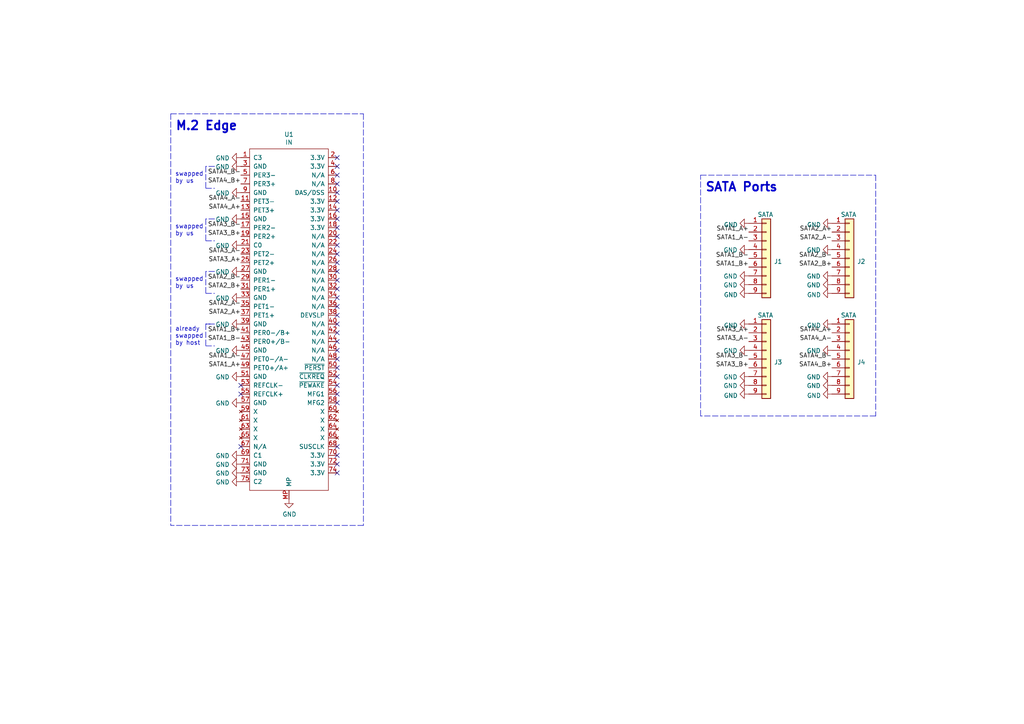
<source format=kicad_sch>
(kicad_sch (version 20211123) (generator eeschema)
  (paper "A4")
  (title_block (title "M.2 SATA Port Reclaimer") (date "2022-11-10") (rev "1.1"))
  (lib_symbols
    (symbol "Connector_Generic:Conn_01x09" (pin_names (offset 1.016) hide)
      (property "Reference" "J" (at 0 12.7 0))
      (property "Value" "Conn_01x09" (at 0 -12.7 0))
      (symbol "Conn_01x09_1_1"
        (rectangle (start -1.27 -10.033) (end 0 -10.287) (stroke (width 0.1524)))
        (rectangle (start -1.27 -7.493) (end 0 -7.747) (stroke (width 0.1524)))
        (rectangle (start -1.27 -4.953) (end 0 -5.207) (stroke (width 0.1524)))
        (rectangle (start -1.27 -2.413) (end 0 -2.667) (stroke (width 0.1524)))
        (rectangle (start -1.27 0.127) (end 0 -0.127) (stroke (width 0.1524)))
        (rectangle (start -1.27 2.667) (end 0 2.413) (stroke (width 0.1524)))
        (rectangle (start -1.27 5.207) (end 0 4.953) (stroke (width 0.1524)))
        (rectangle (start -1.27 7.747) (end 0 7.493) (stroke (width 0.1524)))
        (rectangle (start -1.27 10.287) (end 0 10.033) (stroke (width 0.1524)))
        (rectangle (start -1.27 11.43) (end 1.27 -11.43) (stroke (width 0.254)) (fill (type background)))
        (pin passive line (at -5.08 10.16 0) (length 3.81) (name "Pin_1") (number "1"))
        (pin passive line (at -5.08 7.62 0) (length 3.81) (name "Pin_2") (number "2"))
        (pin passive line (at -5.08 5.08 0) (length 3.81) (name "Pin_3") (number "3"))
        (pin passive line (at -5.08 2.54 0) (length 3.81) (name "Pin_4") (number "4"))
        (pin passive line (at -5.08 0 0) (length 3.81) (name "Pin_5") (number "5"))
        (pin passive line (at -5.08 -2.54 0) (length 3.81) (name "Pin_6") (number "6"))
        (pin passive line (at -5.08 -5.08 0) (length 3.81) (name "Pin_7") (number "7"))
        (pin passive line (at -5.08 -7.62 0) (length 3.81) (name "Pin_8") (number "8"))
        (pin passive line (at -5.08 -10.16 0) (length 3.81) (name "Pin_9") (number "9"))
      )
    )
    (symbol "nvme:NGFF_M" (pin_names (offset 1.016))
      (property "Reference" "U" (at -10.16 35.56 0))
      (property "Value" "NGFF_M" (at -7.62 -66.04 0))
      (symbol "NGFF_M_0_1"
        (rectangle (start -11.43 34.29) (end 11.43 -64.77))
      )
      (symbol "NGFF_M_1_1"
        (pin input line (at -13.97 31.75 0) (length 2.54) (name "C3") (number "1"))
        (pin input line (at 13.97 21.59 180) (length 2.54) (name "DAS/DSS") (number "10"))
        (pin input line (at -13.97 19.05 0) (length 2.54) (name "PET3-") (number "11"))
        (pin input line (at 13.97 19.05 180) (length 2.54) (name "3.3V") (number "12"))
        (pin input line (at -13.97 16.51 0) (length 2.54) (name "PET3+") (number "13"))
        (pin input line (at 13.97 16.51 180) (length 2.54) (name "3.3V") (number "14"))
        (pin input line (at -13.97 13.97 0) (length 2.54) (name "GND") (number "15"))
        (pin input line (at 13.97 13.97 180) (length 2.54) (name "3.3V") (number "16"))
        (pin input line (at -13.97 11.43 0) (length 2.54) (name "PER2-") (number "17"))
        (pin input line (at 13.97 11.43 180) (length 2.54) (name "3.3V") (number "18"))
        (pin input line (at -13.97 8.89 0) (length 2.54) (name "PER2+") (number "19"))
        (pin input line (at 13.97 31.75 180) (length 2.54) (name "3.3V") (number "2"))
        (pin input line (at 13.97 8.89 180) (length 2.54) (name "N/A") (number "20"))
        (pin input line (at -13.97 6.35 0) (length 2.54) (name "C0") (number "21"))
        (pin input line (at 13.97 6.35 180) (length 2.54) (name "N/A") (number "22"))
        (pin input line (at -13.97 3.81 0) (length 2.54) (name "PET2-") (number "23"))
        (pin input line (at 13.97 3.81 180) (length 2.54) (name "N/A") (number "24"))
        (pin input line (at -13.97 1.27 0) (length 2.54) (name "PET2+") (number "25"))
        (pin input line (at 13.97 1.27 180) (length 2.54) (name "N/A") (number "26"))
        (pin input line (at -13.97 -1.27 0) (length 2.54) (name "GND") (number "27"))
        (pin input line (at 13.97 -1.27 180) (length 2.54) (name "N/A") (number "28"))
        (pin input line (at -13.97 -3.81 0) (length 2.54) (name "PER1-") (number "29"))
        (pin input line (at -13.97 29.21 0) (length 2.54) (name "GND") (number "3"))
        (pin input line (at 13.97 -3.81 180) (length 2.54) (name "N/A") (number "30"))
        (pin input line (at -13.97 -6.35 0) (length 2.54) (name "PER1+") (number "31"))
        (pin input line (at 13.97 -6.35 180) (length 2.54) (name "N/A") (number "32"))
        (pin input line (at -13.97 -8.89 0) (length 2.54) (name "GND") (number "33"))
        (pin input line (at 13.97 -8.89 180) (length 2.54) (name "N/A") (number "34"))
        (pin input line (at -13.97 -11.43 0) (length 2.54) (name "PET1-") (number "35"))
        (pin input line (at 13.97 -11.43 180) (length 2.54) (name "N/A") (number "36"))
        (pin input line (at -13.97 -13.97 0) (length 2.54) (name "PET1+") (number "37"))
        (pin input line (at 13.97 -13.97 180) (length 2.54) (name "DEVSLP") (number "38"))
        (pin input line (at -13.97 -16.51 0) (length 2.54) (name "GND") (number "39"))
        (pin input line (at 13.97 29.21 180) (length 2.54) (name "3.3V") (number "4"))
        (pin input line (at 13.97 -16.51 180) (length 2.54) (name "N/A") (number "40"))
        (pin input line (at -13.97 -19.05 0) (length 2.54) (name "PER0-/B+") (number "41"))
        (pin input line (at 13.97 -19.05 180) (length 2.54) (name "N/A") (number "42"))
        (pin input line (at -13.97 -21.59 0) (length 2.54) (name "PER0+/B-") (number "43"))
        (pin input line (at 13.97 -21.59 180) (length 2.54) (name "N/A") (number "44"))
        (pin input line (at -13.97 -24.13 0) (length 2.54) (name "GND") (number "45"))
        (pin input line (at 13.97 -24.13 180) (length 2.54) (name "N/A") (number "46"))
        (pin input line (at -13.97 -26.67 0) (length 2.54) (name "PET0-/A-") (number "47"))
        (pin input line (at 13.97 -26.67 180) (length 2.54) (name "N/A") (number "48"))
        (pin input line (at -13.97 -29.21 0) (length 2.54) (name "PET0+/A+") (number "49"))
        (pin input line (at -13.97 26.67 0) (length 2.54) (name "PER3-") (number "5"))
        (pin input line (at 13.97 -29.21 180) (length 2.54) (name "~{PERST}") (number "50"))
        (pin input line (at -13.97 -31.75 0) (length 2.54) (name "GND") (number "51"))
        (pin input line (at 13.97 -31.75 180) (length 2.54) (name "~{CLKREQ}") (number "52"))
        (pin input line (at -13.97 -34.29 0) (length 2.54) (name "REFCLK-") (number "53"))
        (pin input line (at 13.97 -34.29 180) (length 2.54) (name "~{PEWAKE}") (number "54"))
        (pin input line (at -13.97 -36.83 0) (length 2.54) (name "REFCLK+") (number "55"))
        (pin input line (at 13.97 -36.83 180) (length 2.54) (name "MFG1") (number "56"))
        (pin input line (at -13.97 -39.37 0) (length 2.54) (name "GND") (number "57"))
        (pin input line (at 13.97 -39.37 180) (length 2.54) (name "MFG2") (number "58"))
        (pin no_connect line (at -13.97 -41.91 0) (length 2.54) (name "X") (number "59"))
        (pin input line (at 13.97 26.67 180) (length 2.54) (name "N/A") (number "6"))
        (pin no_connect line (at 13.97 -41.91 180) (length 2.54) (name "X") (number "60"))
        (pin no_connect line (at -13.97 -44.45 0) (length 2.54) (name "X") (number "61"))
        (pin no_connect line (at 13.97 -44.45 180) (length 2.54) (name "X") (number "62"))
        (pin no_connect line (at -13.97 -46.99 0) (length 2.54) (name "X") (number "63"))
        (pin no_connect line (at 13.97 -46.99 180) (length 2.54) (name "X") (number "64"))
        (pin no_connect line (at -13.97 -49.53 0) (length 2.54) (name "X") (number "65"))
        (pin no_connect line (at 13.97 -49.53 180) (length 2.54) (name "X") (number "66"))
        (pin input line (at -13.97 -52.07 0) (length 2.54) (name "N/A") (number "67"))
        (pin input line (at 13.97 -52.07 180) (length 2.54) (name "SUSCLK") (number "68"))
        (pin input line (at -13.97 -54.61 0) (length 2.54) (name "C1") (number "69"))
        (pin input line (at -13.97 24.13 0) (length 2.54) (name "PER3+") (number "7"))
        (pin input line (at 13.97 -54.61 180) (length 2.54) (name "3.3V") (number "70"))
        (pin input line (at -13.97 -57.15 0) (length 2.54) (name "GND") (number "71"))
        (pin input line (at 13.97 -57.15 180) (length 2.54) (name "3.3V") (number "72"))
        (pin input line (at -13.97 -59.69 0) (length 2.54) (name "GND") (number "73"))
        (pin input line (at 13.97 -59.69 180) (length 2.54) (name "3.3V") (number "74"))
        (pin input line (at -13.97 -62.23 0) (length 2.54) (name "C2") (number "75"))
        (pin input line (at 13.97 24.13 180) (length 2.54) (name "N/A") (number "8"))
        (pin input line (at -13.97 21.59 0) (length 2.54) (name "GND") (number "9"))
        (pin input line (at 0 -67.31 90) (length 2.54) (name "MP") (number "MP"))
      )
    )
    (symbol "power:GND" (power) (pin_names (offset 0))
      (property "Value" "GND" (at 0 -3.81 0))
      (symbol "GND_0_1"
        (polyline (pts (xy 0 0) (xy 0 -1.27) (xy 1.27 -1.27) (xy 0 -2.54) (xy -1.27 -1.27) (xy 0 -1.27)))
      )
      (symbol "GND_1_1"
        (pin power_in line (at 0 0 270) (length 0) hide (name "GND") (number "1"))
      )
    )
  )
  (no_connect (at 97.79 88.9))
  (no_connect (at 97.79 83.82))
  (no_connect (at 97.79 53.34))
  (no_connect (at 97.79 71.12))
  (no_connect (at 97.79 78.74))
  (no_connect (at 97.79 99.06))
  (no_connect (at 97.79 116.84))
  (no_connect (at 97.79 93.98))
  (no_connect (at 97.79 73.66))
  (no_connect (at 97.79 114.3))
  (no_connect (at 97.79 129.54))
  (no_connect (at 97.79 96.52))
  (no_connect (at 97.79 104.14))
  (no_connect (at 97.79 45.72))
  (no_connect (at 97.79 48.26))
  (no_connect (at 97.79 66.04))
  (no_connect (at 97.79 58.42))
  (no_connect (at 97.79 60.96))
  (no_connect (at 97.79 63.5))
  (no_connect (at 69.85 129.54))
  (no_connect (at 97.79 101.6))
  (no_connect (at 97.79 132.08))
  (no_connect (at 97.79 134.62))
  (no_connect (at 97.79 137.16))
  (no_connect (at 97.79 91.44))
  (no_connect (at 97.79 68.58))
  (no_connect (at 97.79 50.8))
  (no_connect (at 97.79 76.2))
  (no_connect (at 69.85 114.3))
  (no_connect (at 69.85 111.76))
  (no_connect (at 97.79 81.28))
  (no_connect (at 97.79 55.88))
  (no_connect (at 97.79 106.68))
  (no_connect (at 97.79 109.22))
  (no_connect (at 97.79 111.76))
  (no_connect (at 97.79 86.36))
  (polyline (pts (xy 59.69 78.74) (xy 59.69 85.09)))
  (polyline (pts (xy 62.23 48.26) (xy 59.69 48.26)))
  (polyline (pts (xy 59.69 100.33) (xy 62.23 100.33)))
  (polyline (pts (xy 59.69 69.85) (xy 62.23 69.85)))
  (polyline (pts (xy 59.69 54.61) (xy 62.23 54.61)))
  (polyline (pts (xy 105.41 152.4) (xy 49.53 152.4)))
  (polyline (pts (xy 62.23 93.98) (xy 59.69 93.98)))
  (polyline (pts (xy 49.53 33.02) (xy 49.53 152.4)))
  (polyline (pts (xy 203.2 50.8) (xy 254 50.8)))
  (polyline (pts (xy 59.69 93.98) (xy 60.96 93.98)))
  (polyline (pts (xy 59.69 93.98) (xy 59.69 100.33)))
  (polyline (pts (xy 254 50.8) (xy 254 120.65)))
  (polyline (pts (xy 62.23 63.5) (xy 59.69 63.5)))
  (polyline (pts (xy 59.69 85.09) (xy 62.23 85.09)))
  (polyline (pts (xy 105.41 33.02) (xy 105.41 152.4)))
  (polyline (pts (xy 59.69 63.5) (xy 59.69 69.85)))
  (polyline (pts (xy 49.53 33.02) (xy 105.41 33.02)))
  (polyline (pts (xy 203.2 120.65) (xy 203.2 50.8)))
  (polyline (pts (xy 62.23 78.74) (xy 59.69 78.74)))
  (polyline (pts (xy 59.69 48.26) (xy 59.69 54.61)))
  (polyline (pts (xy 254 120.65) (xy 203.2 120.65)))
  (text "swapped\nby us" (at 50.8 53.34 0) (effects (font (size 1.27 1.27)) (justify left bottom)))
  (text "swapped\nby us" (at 50.8 83.82 0) (effects (font (size 1.27 1.27)) (justify left bottom)))
  (text "M.2 Edge" (at 50.8 38.1 0) (effects (font (size 2.54 2.54) (thickness 0.508) bold) (justify left bottom)))
  (text "already\nswapped\nby host" (at 50.8 100.33 0) (effects (font (size 1.27 1.27)) (justify left bottom)))
  (text "swapped\nby us" (at 50.8 68.58 0) (effects (font (size 1.27 1.27)) (justify left bottom)))
  (text "SATA Ports" (at 204.47 55.88 0) (effects (font (size 2.54 2.54) (thickness 0.508) bold) (justify left bottom)))
  (label "SATA4_A+" (at 241.3 96.52 180))
  (label "SATA2_B-" (at 69.85 81.28 180))
  (label "SATA1_B-" (at 217.17 74.93 180))
  (label "SATA2_A+" (at 241.3 67.31 180))
  (label "SATA2_A-" (at 241.3 69.85 180))
  (label "SATA2_A+" (at 69.85 91.44 180))
  (label "SATA4_A-" (at 69.85 58.42 180))
  (label "SATA1_A+" (at 217.17 67.31 180))
  (label "SATA3_A-" (at 69.85 73.66 180))
  (label "SATA3_A+" (at 217.17 96.52 180))
  (label "SATA3_B+" (at 69.85 68.58 180))
  (label "SATA2_B-" (at 241.3 74.93 180))
  (label "SATA2_B+" (at 69.85 83.82 180))
  (label "SATA3_A+" (at 69.85 76.2 180))
  (label "SATA1_B+" (at 69.85 96.52 180))
  (label "SATA2_A-" (at 69.85 88.9 180))
  (label "SATA4_B-" (at 241.3 104.14 180))
  (label "SATA1_A+" (at 69.85 106.68 180))
  (label "SATA4_B+" (at 69.85 53.34 180))
  (label "SATA3_B-" (at 69.85 66.04 180))
  (label "SATA3_B+" (at 217.17 106.68 180))
  (label "SATA1_B+" (at 217.17 77.47 180))
  (label "SATA4_A+" (at 69.85 60.96 180))
  (label "SATA4_B+" (at 241.3 106.68 180))
  (label "SATA2_B+" (at 241.3 77.47 180))
  (label "SATA4_B-" (at 69.85 50.8 180))
  (label "SATA3_B-" (at 217.17 104.14 180))
  (label "SATA1_A-" (at 217.17 69.85 180))
  (label "SATA3_A-" (at 217.17 99.06 180))
  (label "SATA1_A-" (at 69.85 104.14 180))
  (label "SATA1_B-" (at 69.85 99.06 180))
  (label "SATA4_A-" (at 241.3 99.06 180))
  (symbol (lib_id "nvme:NGFF_M") (at 83.82 77.47 0) (unit 1)
    (property "Reference" "U1" (at 83.82 38.989 0))
    (property "Value" "IN" (at 83.82 41.3004 0))
    (property "Footprint" "nvme_to_dual_ssd:NGFF_M" (effects hide))
  )
  (symbol (lib_id "power:GND") (at 83.82 144.78 0) (unit 1)
    (property "Reference" "#PWR0101" (effects hide))
    (property "Value" "GND" (at 83.947 149.1742 0))
  )
  (symbol (lib_id "power:GND") (at 69.85 137.16 270) (unit 1)
    (property "Reference" "#PWR0129" (effects hide))
    (property "Value" "GND" (at 66.5988 137.287 90) (effects (justify right)))
  )
  (symbol (lib_id "power:GND") (at 69.85 134.62 270) (unit 1)
    (property "Reference" "#PWR0130" (effects hide))
    (property "Value" "GND" (at 66.5988 134.747 90) (effects (justify right)))
  )
  (symbol (lib_id "power:GND") (at 69.85 116.84 270) (unit 1)
    (property "Reference" "#PWR0131" (effects hide))
    (property "Value" "GND" (at 66.5988 116.967 90) (effects (justify right)))
  )
  (symbol (lib_id "power:GND") (at 69.85 109.22 270) (unit 1)
    (property "Reference" "#PWR0132" (effects hide))
    (property "Value" "GND" (at 66.5988 109.347 90) (effects (justify right)))
  )
  (symbol (lib_id "power:GND") (at 69.85 101.6 270) (unit 1)
    (property "Reference" "#PWR0133" (effects hide))
    (property "Value" "GND" (at 66.5988 101.727 90) (effects (justify right)))
  )
  (symbol (lib_id "power:GND") (at 69.85 93.98 270) (unit 1)
    (property "Reference" "#PWR0134" (effects hide))
    (property "Value" "GND" (at 66.5988 94.107 90) (effects (justify right)))
  )
  (symbol (lib_id "power:GND") (at 69.85 86.36 270) (unit 1)
    (property "Reference" "#PWR0135" (effects hide))
    (property "Value" "GND" (at 66.5988 86.487 90) (effects (justify right)))
  )
  (symbol (lib_id "power:GND") (at 69.85 78.74 270) (unit 1)
    (property "Reference" "#PWR0136" (effects hide))
    (property "Value" "GND" (at 66.5988 78.867 90) (effects (justify right)))
  )
  (symbol (lib_id "power:GND") (at 69.85 63.5 270) (unit 1)
    (property "Reference" "#PWR0137" (effects hide))
    (property "Value" "GND" (at 66.5988 63.627 90) (effects (justify right)))
  )
  (symbol (lib_id "power:GND") (at 69.85 55.88 270) (unit 1)
    (property "Reference" "#PWR0138" (effects hide))
    (property "Value" "GND" (at 66.5988 56.007 90) (effects (justify right)))
  )
  (symbol (lib_id "power:GND") (at 69.85 48.26 270) (unit 1)
    (property "Reference" "#PWR0139" (effects hide))
    (property "Value" "GND" (at 66.5988 48.387 90) (effects (justify right)))
  )
  (symbol (lib_id "power:GND") (at 69.85 45.72 270) (unit 1)
    (property "Reference" "#PWR0140" (effects hide))
    (property "Value" "GND" (at 66.5988 45.847 90) (effects (justify right)))
  )
  (symbol (lib_id "power:GND") (at 69.85 71.12 270) (unit 1)
    (property "Reference" "#PWR0141" (effects hide))
    (property "Value" "GND" (at 66.5988 71.247 90) (effects (justify right)))
  )
  (symbol (lib_id "power:GND") (at 69.85 132.08 270) (unit 1)
    (property "Reference" "#PWR0142" (effects hide))
    (property "Value" "GND" (at 66.5988 132.207 90) (effects (justify right)))
  )
  (symbol (lib_id "power:GND") (at 69.85 139.7 270) (unit 1)
    (property "Reference" "#PWR0143" (effects hide))
    (property "Value" "GND" (at 66.5988 139.827 90) (effects (justify right)))
  )
  (symbol (lib_id "power:GND") (at 217.17 82.55 270) (unit 1)
    (property "Reference" "#PWR0172" (effects hide))
    (property "Value" "GND" (at 213.9188 82.677 90) (effects (justify right)))
  )
  (symbol (lib_id "Connector_Generic:Conn_01x09") (at 222.25 74.93 0) (unit 1)
    (property "Reference" "J1" (at 224.4852 75.8444 0) (effects (justify left)))
    (property "Value" "SATA" (at 219.71 62.23 0) (effects (justify left)))
    (property "Footprint" "nvme_to_dual_ssd:SATA-7_THT_VERT_1" (effects hide))
  )
  (symbol (lib_id "power:GND") (at 241.3 109.22 270) (unit 1)
    (property "Reference" "#PWR0103" (effects hide))
    (property "Value" "GND" (at 238.0488 109.347 90) (effects (justify right)))
  )
  (symbol (lib_id "power:GND") (at 217.17 64.77 270) (unit 1)
    (property "Reference" "#PWR0118" (effects hide))
    (property "Value" "GND" (at 213.9951 65.2038 90) (effects (justify right)))
  )
  (symbol (lib_id "power:GND") (at 241.3 72.39 270) (unit 1)
    (property "Reference" "#PWR0114" (effects hide))
    (property "Value" "GND" (at 238.0488 72.517 90) (effects (justify right)))
  )
  (symbol (lib_id "power:GND") (at 217.17 72.39 270) (unit 1)
    (property "Reference" "#PWR0109" (effects hide))
    (property "Value" "GND" (at 213.9188 72.517 90) (effects (justify right)))
  )
  (symbol (lib_id "Connector_Generic:Conn_01x09") (at 246.38 104.14 0) (unit 1)
    (property "Reference" "J4" (at 248.6152 105.0544 0) (effects (justify left)))
    (property "Value" "SATA" (at 243.84 91.44 0) (effects (justify left)))
    (property "Footprint" "nvme_to_dual_ssd:SATA-7_THT_VERT_1" (effects hide))
  )
  (symbol (lib_id "power:GND") (at 217.17 93.98 270) (unit 1)
    (property "Reference" "#PWR0111" (effects hide))
    (property "Value" "GND" (at 213.9951 94.4138 90) (effects (justify right)))
  )
  (symbol (lib_id "power:GND") (at 241.3 80.01 270) (unit 1)
    (property "Reference" "#PWR0119" (effects hide))
    (property "Value" "GND" (at 238.0488 80.137 90) (effects (justify right)))
  )
  (symbol (lib_id "power:GND") (at 217.17 101.6 270) (unit 1)
    (property "Reference" "#PWR0105" (effects hide))
    (property "Value" "GND" (at 213.9188 101.727 90) (effects (justify right)))
  )
  (symbol (lib_id "power:GND") (at 241.3 111.76 270) (unit 1)
    (property "Reference" "#PWR0104" (effects hide))
    (property "Value" "GND" (at 238.0488 111.887 90) (effects (justify right)))
  )
  (symbol (lib_id "power:GND") (at 217.17 111.76 270) (unit 1)
    (property "Reference" "#PWR0108" (effects hide))
    (property "Value" "GND" (at 213.9188 111.887 90) (effects (justify right)))
  )
  (symbol (lib_id "power:GND") (at 217.17 80.01 270) (unit 1)
    (property "Reference" "#PWR0107" (effects hide))
    (property "Value" "GND" (at 213.9188 80.137 90) (effects (justify right)))
  )
  (symbol (lib_id "power:GND") (at 241.3 101.6 270) (unit 1)
    (property "Reference" "#PWR0113" (effects hide))
    (property "Value" "GND" (at 238.0488 101.727 90) (effects (justify right)))
  )
  (symbol (lib_id "power:GND") (at 217.17 85.09 270) (unit 1)
    (property "Reference" "#PWR0117" (effects hide))
    (property "Value" "GND" (at 213.9951 85.5238 90) (effects (justify right)))
  )
  (symbol (lib_id "power:GND") (at 217.17 109.22 270) (unit 1)
    (property "Reference" "#PWR0106" (effects hide))
    (property "Value" "GND" (at 213.9188 109.347 90) (effects (justify right)))
  )
  (symbol (lib_id "power:GND") (at 241.3 85.09 270) (unit 1)
    (property "Reference" "#PWR0115" (effects hide))
    (property "Value" "GND" (at 238.1251 85.5238 90) (effects (justify right)))
  )
  (symbol (lib_id "power:GND") (at 241.3 82.55 270) (unit 1)
    (property "Reference" "#PWR0116" (effects hide))
    (property "Value" "GND" (at 238.0488 82.677 90) (effects (justify right)))
  )
  (symbol (lib_id "power:GND") (at 217.17 114.3 270) (unit 1)
    (property "Reference" "#PWR0110" (effects hide))
    (property "Value" "GND" (at 213.9951 114.7338 90) (effects (justify right)))
  )
  (symbol (lib_id "Connector_Generic:Conn_01x09") (at 222.25 104.14 0) (unit 1)
    (property "Reference" "J3" (at 224.4852 105.0544 0) (effects (justify left)))
    (property "Value" "SATA" (at 219.71 91.44 0) (effects (justify left)))
    (property "Footprint" "nvme_to_dual_ssd:SATA-7_THT_VERT_1" (effects hide))
  )
  (symbol (lib_id "power:GND") (at 241.3 64.77 270) (unit 1)
    (property "Reference" "#PWR0120" (effects hide))
    (property "Value" "GND" (at 238.1251 65.2038 90) (effects (justify right)))
  )
  (symbol (lib_id "power:GND") (at 241.3 114.3 270) (unit 1)
    (property "Reference" "#PWR0102" (effects hide))
    (property "Value" "GND" (at 238.1251 114.7338 90) (effects (justify right)))
  )
  (symbol (lib_id "Connector_Generic:Conn_01x09") (at 246.38 74.93 0) (unit 1)
    (property "Reference" "J2" (at 248.6152 75.8444 0) (effects (justify left)))
    (property "Value" "SATA" (at 243.84 62.23 0) (effects (justify left)))
    (property "Footprint" "nvme_to_dual_ssd:SATA-7_THT_VERT_1" (effects hide))
  )
  (symbol (lib_id "power:GND") (at 241.3 93.98 270) (unit 1)
    (property "Reference" "#PWR0112" (effects hide))
    (property "Value" "GND" (at 238.1251 94.4138 90) (effects (justify right)))
  )
)
</source>
